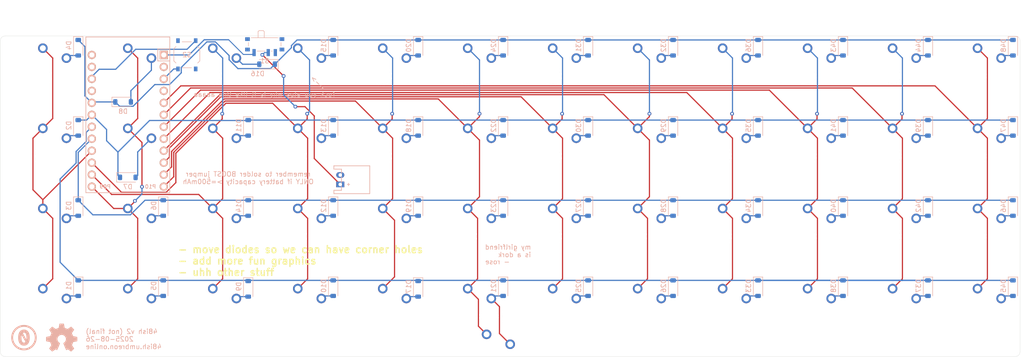
<source format=kicad_pcb>
(kicad_pcb
	(version 20241229)
	(generator "pcbnew")
	(generator_version "9.0")
	(general
		(thickness 1.6)
		(legacy_teardrops no)
	)
	(paper "A3")
	(title_block
		(title "plank")
		(rev "v1.0.0")
		(company "Unknown")
	)
	(layers
		(0 "F.Cu" signal)
		(2 "B.Cu" signal)
		(9 "F.Adhes" user "F.Adhesive")
		(11 "B.Adhes" user "B.Adhesive")
		(13 "F.Paste" user)
		(15 "B.Paste" user)
		(5 "F.SilkS" user "F.Silkscreen")
		(7 "B.SilkS" user "B.Silkscreen")
		(1 "F.Mask" user)
		(3 "B.Mask" user)
		(17 "Dwgs.User" user "User.Drawings")
		(19 "Cmts.User" user "User.Comments")
		(21 "Eco1.User" user "User.Eco1")
		(23 "Eco2.User" user "User.Eco2")
		(25 "Edge.Cuts" user)
		(27 "Margin" user)
		(31 "F.CrtYd" user "F.Courtyard")
		(29 "B.CrtYd" user "B.Courtyard")
		(35 "F.Fab" user)
		(33 "B.Fab" user)
	)
	(setup
		(pad_to_mask_clearance 0)
		(allow_soldermask_bridges_in_footprints no)
		(tenting front back)
		(pcbplotparams
			(layerselection 0x00000000_00000000_55555555_5755f5ff)
			(plot_on_all_layers_selection 0x00000000_00000000_00000000_00000000)
			(disableapertmacros no)
			(usegerberextensions no)
			(usegerberattributes yes)
			(usegerberadvancedattributes yes)
			(creategerberjobfile yes)
			(dashed_line_dash_ratio 12.000000)
			(dashed_line_gap_ratio 3.000000)
			(svgprecision 4)
			(plotframeref no)
			(mode 1)
			(useauxorigin no)
			(hpglpennumber 1)
			(hpglpenspeed 20)
			(hpglpendiameter 15.000000)
			(pdf_front_fp_property_popups yes)
			(pdf_back_fp_property_popups yes)
			(pdf_metadata yes)
			(pdf_single_document no)
			(dxfpolygonmode yes)
			(dxfimperialunits yes)
			(dxfusepcbnewfont yes)
			(psnegative no)
			(psa4output no)
			(plot_black_and_white yes)
			(sketchpadsonfab no)
			(plotpadnumbers no)
			(hidednponfab no)
			(sketchdnponfab yes)
			(crossoutdnponfab yes)
			(subtractmaskfromsilk no)
			(outputformat 1)
			(mirror no)
			(drillshape 0)
			(scaleselection 1)
			(outputdirectory "/home/erin/Downloads/48ish-out")
		)
	)
	(net 0 "")
	(net 1 "one_modrow")
	(net 2 "one")
	(net 3 "one_bottom")
	(net 4 "one_home")
	(net 5 "one_top")
	(net 6 "two_modrow")
	(net 7 "two")
	(net 8 "two_bottom")
	(net 9 "two_home")
	(net 10 "two_top")
	(net 11 "three_modrow")
	(net 12 "three")
	(net 13 "three_bottom")
	(net 14 "three_home")
	(net 15 "three_top")
	(net 16 "four_modrow")
	(net 17 "four")
	(net 18 "four_bottom")
	(net 19 "four_home")
	(net 20 "four_top")
	(net 21 "five_modrow")
	(net 22 "five")
	(net 23 "five_bottom")
	(net 24 "five_home")
	(net 25 "five_top")
	(net 26 "six_modrow")
	(net 27 "six")
	(net 28 "six_bottom")
	(net 29 "six_home")
	(net 30 "six_top")
	(net 31 "seven")
	(net 32 "seven_modrow")
	(net 33 "seven_bottom")
	(net 34 "seven_home")
	(net 35 "seven_top")
	(net 36 "eight_modrow")
	(net 37 "eight")
	(net 38 "eight_bottom")
	(net 39 "eight_home")
	(net 40 "eight_top")
	(net 41 "nine_modrow")
	(net 42 "nine")
	(net 43 "nine_bottom")
	(net 44 "nine_home")
	(net 45 "nine_top")
	(net 46 "ten_modrow")
	(net 47 "ten")
	(net 48 "ten_bottom")
	(net 49 "ten_home")
	(net 50 "ten_top")
	(net 51 "eleven_modrow")
	(net 52 "eleven")
	(net 53 "eleven_bottom")
	(net 54 "eleven_home")
	(net 55 "eleven_top")
	(net 56 "twelve_modrow")
	(net 57 "twelve")
	(net 58 "twelve_bottom")
	(net 59 "twelve_home")
	(net 60 "twelve_top")
	(net 61 "modrow")
	(net 62 "bottom")
	(net 63 "home")
	(net 64 "top")
	(net 65 "RAW")
	(net 66 "GND")
	(net 67 "RST")
	(net 68 "VCC")
	(net 69 "P1")
	(net 70 "P0")
	(net 71 "BAT")
	(footprint "PG1350" (layer "F.Cu") (at 162 -68))
	(footprint "PG1350" (layer "F.Cu") (at 108 -68))
	(footprint "PG1350" (layer "F.Cu") (at 72 -51))
	(footprint "PG1350" (layer "F.Cu") (at 18 -68))
	(footprint "PG1350" (layer "F.Cu") (at 180 -51))
	(footprint "PG1350" (layer "F.Cu") (at 108 -51))
	(footprint "PG1350" (layer "F.Cu") (at 54 -34))
	(footprint "PG1350" (layer "F.Cu") (at 0 -34))
	(footprint "PG1350" (layer "F.Cu") (at 36 -68))
	(footprint "PG1350" (layer "F.Cu") (at 144 -68))
	(footprint "PG1350" (layer "F.Cu") (at 72 -68))
	(footprint "PG1350" (layer "F.Cu") (at 72 -17))
	(footprint "PG1350" (layer "F.Cu") (at 180 -68))
	(footprint "PG1350" (layer "F.Cu") (at 54 -51))
	(footprint "PG1350" (layer "F.Cu") (at 90 -68))
	(footprint "PG1350" (layer "F.Cu") (at 36 -51))
	(footprint "PG1350" (layer "F.Cu") (at 108 -34))
	(footprint "PG1350" (layer "F.Cu") (at 18 -34))
	(footprint "PG1350" (layer "F.Cu") (at 0 -17))
	(footprint "JST_PH_S2B-PH-K_02x2.00mm_Angled" (layer "F.Cu") (at 63 -46 90))
	(footprint "PG1350" (layer "F.Cu") (at 126 -34))
	(footprint "PG1350" (layer "F.Cu") (at 36 -17))
	(footprint "PG1350" (layer "F.Cu") (at 72 -34))
	(footprint "PG1350" (layer "F.Cu") (at 144 -17))
	(footprint "PG1350" (layer "F.Cu") (at 144 -51))
	(footprint "PG1350" (layer "F.Cu") (at 90 -17))
	(footprint "PG1350" (layer "F.Cu") (at 54 -17))
	(footprint "PG1350" (layer "F.Cu") (at 162 -51))
	(footprint "PG1350" (layer "F.Cu") (at 99 -17 180))
	(footprint "PG1350" (layer "F.Cu") (at 198 -68))
	(footprint "PG1350" (layer "F.Cu") (at 126 -51))
	(footprint "PG1350" (layer "F.Cu") (at 180 -34))
	(footprint "PG1350" (layer "F.Cu") (at 126 -68))
	(footprint "PG1350" (layer "F.Cu") (at 90 -34))
	(footprint "PG1350" (layer "F.Cu") (at 162 -34))
	(footprint "PG1350" (layer "F.Cu") (at 90 -51))
	(footprint "PG1350" (layer "F.Cu") (at 144 -34))
	(footprint "PG1350" (layer "F.Cu") (at 54 -68))
	(footprint "PG1350" (layer "F.Cu") (at 198 -17))
	(footprint "PG1350" (layer "F.Cu") (at 180 -17))
	(footprint "PG1350" (layer "F.Cu") (at 162 -17))
	(footprint "PG1350" (layer "F.Cu") (at 18 -17))
	(footprint "PG1350" (layer "F.Cu") (at 126 -17))
	(footprint "PG1350" (layer "F.Cu") (at 18 -51))
	(footprint "PG1350" (layer "F.Cu") (at 0 -68))
	(footprint "PG1350" (layer "F.Cu") (at 36 -34))
	(footprint "PG1350" (layer "F.Cu") (at 198 -51))
	(footprint "PG1350" (layer "F.Cu") (at 108 -17))
	(footprint "PG1350" (layer "F.Cu") (at 198 -34))
	(footprint "PG1350" (layer "F.Cu") (at 0 -51))
	(footprint "Button_Switch_SMD:SW_SPDT_PCM12"
		(layer "B.Cu")
		(uuid "00000000-0000-0000-0000-00005bf2cc3c")
		(at 47 -74.4)
		(descr "Ultraminiature Surface Mount Slide Switch, right-angle, https://www.ckswitches.com/media/1424/pcm.pdf")
		(property "Reference" "S1"
			(at 0 3.2 0)
			(layer "B.SilkS")
			(uuid "4a0735c1-2b75-4df1-9943-022cbdd776e7")
			(effects
				(font
					(size 1 1)
					(thickness 0.15)
				)
				(justify mirror)
			)
		)
		(property "Value" ""
			(at 0 -4.25 0)
			(layer "B.Fab")
			(uuid "9cecbf94-3fe4-415a-a961-6654a24c1312")
			(effects
				(font
					(size 1 1)
					(thickness 0.15)
				)
				(justify mirror)
			)
		)
		(property "Datasheet" ""
			(at 0 0 180)
			(unlocked yes)
			(layer "B.Fab")
			(hide yes)
			(uuid "5e8cd27f-27c1-4a5d-8fd3-d390b7857cec")
			(effects
				(font
					(size 1.27 1.27)
					(thickness 0.15)
				)
				(justify mirror)
			)
		)
		(property "Description" ""
			(at 0 0 180)
			(unlocked yes)
			(layer "B.Fab")
			(hide yes)
			(uuid "fc000d71-fb04-4699-a376-7f78934c2184")
			(effects
				(font
					(size 1.27 1.27)
					(thickness 0.15)
				)
				(justify mirror)
			)
		)
		(attr smd)
		(fp_line
			(start -3.45 0.07)
			(end -3.45 -0.72)
			(stroke
				(width 0.12)
				(type solid)
			)
			(layer "B.SilkS")
			(uuid "b0c925a1-755f-44aa-90f6-d61ecb35cb34")
		)
		(fp_line
			(start -2.85 -1.73)
			(end 2.85 -1.73)
			(stroke
				(width 0.12)
				(type solid)
			)
			(layer "B.SilkS")
			(uuid "32ad5941-ac00-4754-b787-a877c737d6d8")
		)
		(fp_line
			
... [338776 chars truncated]
</source>
